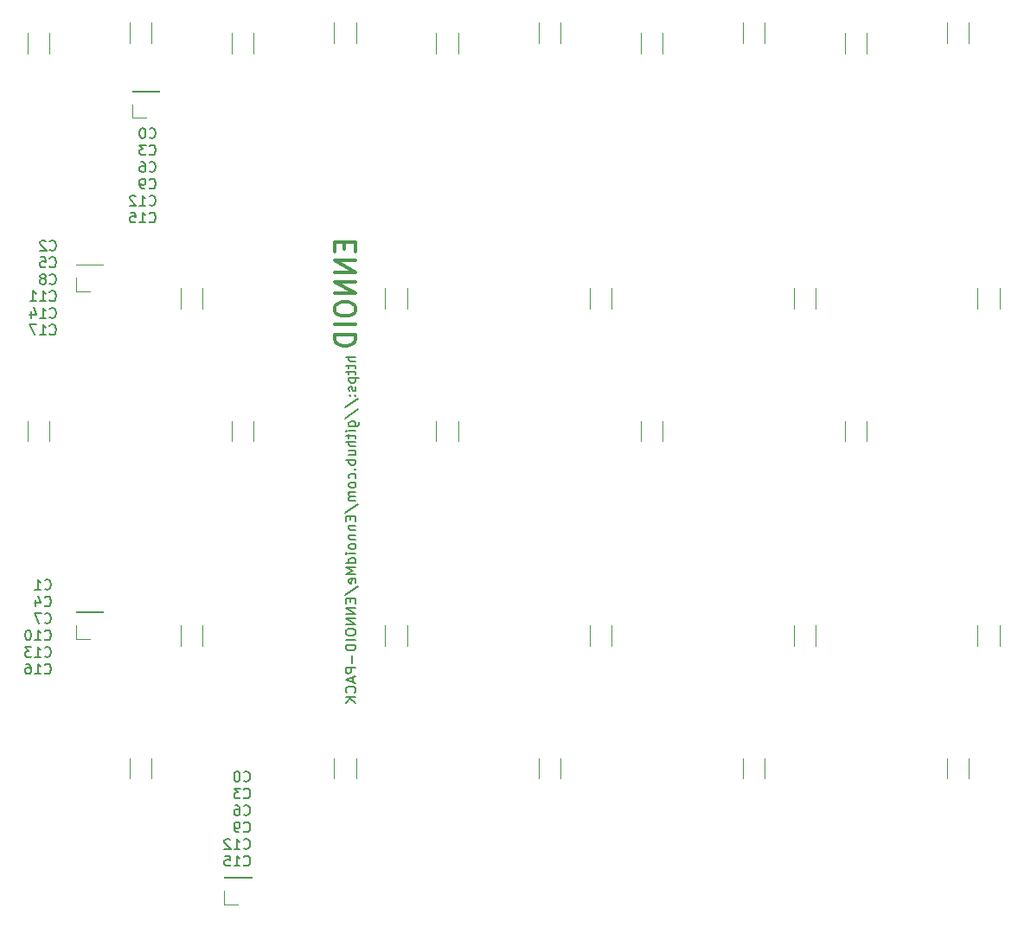
<source format=gbr>
G04 #@! TF.GenerationSoftware,KiCad,Pcbnew,6.0.0-rc1-unknown-5edf350~66~ubuntu18.10.1*
G04 #@! TF.CreationDate,2019-02-07T09:33:03-05:00
G04 #@! TF.ProjectId,Pack,5061636b-2e6b-4696-9361-645f70636258,rev?*
G04 #@! TF.SameCoordinates,Original*
G04 #@! TF.FileFunction,Legend,Bot*
G04 #@! TF.FilePolarity,Positive*
%FSLAX46Y46*%
G04 Gerber Fmt 4.6, Leading zero omitted, Abs format (unit mm)*
G04 Created by KiCad (PCBNEW 6.0.0-rc1-unknown-5edf350~66~ubuntu18.10.1) date 2019-02-07 09:33:03*
%MOMM*%
%LPD*%
G04 APERTURE LIST*
%ADD10C,0.150000*%
%ADD11C,0.300000*%
%ADD12C,0.120000*%
G04 APERTURE END LIST*
D10*
X15842976Y-18232142D02*
X15890595Y-18279761D01*
X16033452Y-18327380D01*
X16128690Y-18327380D01*
X16271547Y-18279761D01*
X16366785Y-18184523D01*
X16414404Y-18089285D01*
X16462023Y-17898809D01*
X16462023Y-17755952D01*
X16414404Y-17565476D01*
X16366785Y-17470238D01*
X16271547Y-17375000D01*
X16128690Y-17327380D01*
X16033452Y-17327380D01*
X15890595Y-17375000D01*
X15842976Y-17422619D01*
X15223928Y-17327380D02*
X15128690Y-17327380D01*
X15033452Y-17375000D01*
X14985833Y-17422619D01*
X14938214Y-17517857D01*
X14890595Y-17708333D01*
X14890595Y-17946428D01*
X14938214Y-18136904D01*
X14985833Y-18232142D01*
X15033452Y-18279761D01*
X15128690Y-18327380D01*
X15223928Y-18327380D01*
X15319166Y-18279761D01*
X15366785Y-18232142D01*
X15414404Y-18136904D01*
X15462023Y-17946428D01*
X15462023Y-17708333D01*
X15414404Y-17517857D01*
X15366785Y-17422619D01*
X15319166Y-17375000D01*
X15223928Y-17327380D01*
X15842976Y-19882142D02*
X15890595Y-19929761D01*
X16033452Y-19977380D01*
X16128690Y-19977380D01*
X16271547Y-19929761D01*
X16366785Y-19834523D01*
X16414404Y-19739285D01*
X16462023Y-19548809D01*
X16462023Y-19405952D01*
X16414404Y-19215476D01*
X16366785Y-19120238D01*
X16271547Y-19025000D01*
X16128690Y-18977380D01*
X16033452Y-18977380D01*
X15890595Y-19025000D01*
X15842976Y-19072619D01*
X15509642Y-18977380D02*
X14890595Y-18977380D01*
X15223928Y-19358333D01*
X15081071Y-19358333D01*
X14985833Y-19405952D01*
X14938214Y-19453571D01*
X14890595Y-19548809D01*
X14890595Y-19786904D01*
X14938214Y-19882142D01*
X14985833Y-19929761D01*
X15081071Y-19977380D01*
X15366785Y-19977380D01*
X15462023Y-19929761D01*
X15509642Y-19882142D01*
X15842976Y-21532142D02*
X15890595Y-21579761D01*
X16033452Y-21627380D01*
X16128690Y-21627380D01*
X16271547Y-21579761D01*
X16366785Y-21484523D01*
X16414404Y-21389285D01*
X16462023Y-21198809D01*
X16462023Y-21055952D01*
X16414404Y-20865476D01*
X16366785Y-20770238D01*
X16271547Y-20675000D01*
X16128690Y-20627380D01*
X16033452Y-20627380D01*
X15890595Y-20675000D01*
X15842976Y-20722619D01*
X14985833Y-20627380D02*
X15176309Y-20627380D01*
X15271547Y-20675000D01*
X15319166Y-20722619D01*
X15414404Y-20865476D01*
X15462023Y-21055952D01*
X15462023Y-21436904D01*
X15414404Y-21532142D01*
X15366785Y-21579761D01*
X15271547Y-21627380D01*
X15081071Y-21627380D01*
X14985833Y-21579761D01*
X14938214Y-21532142D01*
X14890595Y-21436904D01*
X14890595Y-21198809D01*
X14938214Y-21103571D01*
X14985833Y-21055952D01*
X15081071Y-21008333D01*
X15271547Y-21008333D01*
X15366785Y-21055952D01*
X15414404Y-21103571D01*
X15462023Y-21198809D01*
X15842976Y-23182142D02*
X15890595Y-23229761D01*
X16033452Y-23277380D01*
X16128690Y-23277380D01*
X16271547Y-23229761D01*
X16366785Y-23134523D01*
X16414404Y-23039285D01*
X16462023Y-22848809D01*
X16462023Y-22705952D01*
X16414404Y-22515476D01*
X16366785Y-22420238D01*
X16271547Y-22325000D01*
X16128690Y-22277380D01*
X16033452Y-22277380D01*
X15890595Y-22325000D01*
X15842976Y-22372619D01*
X15366785Y-23277380D02*
X15176309Y-23277380D01*
X15081071Y-23229761D01*
X15033452Y-23182142D01*
X14938214Y-23039285D01*
X14890595Y-22848809D01*
X14890595Y-22467857D01*
X14938214Y-22372619D01*
X14985833Y-22325000D01*
X15081071Y-22277380D01*
X15271547Y-22277380D01*
X15366785Y-22325000D01*
X15414404Y-22372619D01*
X15462023Y-22467857D01*
X15462023Y-22705952D01*
X15414404Y-22801190D01*
X15366785Y-22848809D01*
X15271547Y-22896428D01*
X15081071Y-22896428D01*
X14985833Y-22848809D01*
X14938214Y-22801190D01*
X14890595Y-22705952D01*
X15842976Y-24832142D02*
X15890595Y-24879761D01*
X16033452Y-24927380D01*
X16128690Y-24927380D01*
X16271547Y-24879761D01*
X16366785Y-24784523D01*
X16414404Y-24689285D01*
X16462023Y-24498809D01*
X16462023Y-24355952D01*
X16414404Y-24165476D01*
X16366785Y-24070238D01*
X16271547Y-23975000D01*
X16128690Y-23927380D01*
X16033452Y-23927380D01*
X15890595Y-23975000D01*
X15842976Y-24022619D01*
X14890595Y-24927380D02*
X15462023Y-24927380D01*
X15176309Y-24927380D02*
X15176309Y-23927380D01*
X15271547Y-24070238D01*
X15366785Y-24165476D01*
X15462023Y-24213095D01*
X14509642Y-24022619D02*
X14462023Y-23975000D01*
X14366785Y-23927380D01*
X14128690Y-23927380D01*
X14033452Y-23975000D01*
X13985833Y-24022619D01*
X13938214Y-24117857D01*
X13938214Y-24213095D01*
X13985833Y-24355952D01*
X14557261Y-24927380D01*
X13938214Y-24927380D01*
X15842976Y-26482142D02*
X15890595Y-26529761D01*
X16033452Y-26577380D01*
X16128690Y-26577380D01*
X16271547Y-26529761D01*
X16366785Y-26434523D01*
X16414404Y-26339285D01*
X16462023Y-26148809D01*
X16462023Y-26005952D01*
X16414404Y-25815476D01*
X16366785Y-25720238D01*
X16271547Y-25625000D01*
X16128690Y-25577380D01*
X16033452Y-25577380D01*
X15890595Y-25625000D01*
X15842976Y-25672619D01*
X14890595Y-26577380D02*
X15462023Y-26577380D01*
X15176309Y-26577380D02*
X15176309Y-25577380D01*
X15271547Y-25720238D01*
X15366785Y-25815476D01*
X15462023Y-25863095D01*
X13985833Y-25577380D02*
X14462023Y-25577380D01*
X14509642Y-26053571D01*
X14462023Y-26005952D01*
X14366785Y-25958333D01*
X14128690Y-25958333D01*
X14033452Y-26005952D01*
X13985833Y-26053571D01*
X13938214Y-26148809D01*
X13938214Y-26386904D01*
X13985833Y-26482142D01*
X14033452Y-26529761D01*
X14128690Y-26577380D01*
X14366785Y-26577380D01*
X14462023Y-26529761D01*
X14509642Y-26482142D01*
D11*
X34957142Y-28471190D02*
X34957142Y-29137857D01*
X36004761Y-29423571D02*
X36004761Y-28471190D01*
X34004761Y-28471190D01*
X34004761Y-29423571D01*
X36004761Y-30280714D02*
X34004761Y-30280714D01*
X36004761Y-31423571D01*
X34004761Y-31423571D01*
X36004761Y-32375952D02*
X34004761Y-32375952D01*
X36004761Y-33518809D01*
X34004761Y-33518809D01*
X34004761Y-34852142D02*
X34004761Y-35233095D01*
X34100000Y-35423571D01*
X34290476Y-35614047D01*
X34671428Y-35709285D01*
X35338095Y-35709285D01*
X35719047Y-35614047D01*
X35909523Y-35423571D01*
X36004761Y-35233095D01*
X36004761Y-34852142D01*
X35909523Y-34661666D01*
X35719047Y-34471190D01*
X35338095Y-34375952D01*
X34671428Y-34375952D01*
X34290476Y-34471190D01*
X34100000Y-34661666D01*
X34004761Y-34852142D01*
X36004761Y-36566428D02*
X34004761Y-36566428D01*
X36004761Y-37518809D02*
X34004761Y-37518809D01*
X34004761Y-37995000D01*
X34100000Y-38280714D01*
X34290476Y-38471190D01*
X34480952Y-38566428D01*
X34861904Y-38661666D01*
X35147619Y-38661666D01*
X35528571Y-38566428D01*
X35719047Y-38471190D01*
X35909523Y-38280714D01*
X36004761Y-37995000D01*
X36004761Y-37518809D01*
D10*
X36052380Y-39735595D02*
X35052380Y-39735595D01*
X36052380Y-40164166D02*
X35528571Y-40164166D01*
X35433333Y-40116547D01*
X35385714Y-40021309D01*
X35385714Y-39878452D01*
X35433333Y-39783214D01*
X35480952Y-39735595D01*
X35385714Y-40497500D02*
X35385714Y-40878452D01*
X35052380Y-40640357D02*
X35909523Y-40640357D01*
X36004761Y-40687976D01*
X36052380Y-40783214D01*
X36052380Y-40878452D01*
X35385714Y-41068928D02*
X35385714Y-41449880D01*
X35052380Y-41211785D02*
X35909523Y-41211785D01*
X36004761Y-41259404D01*
X36052380Y-41354642D01*
X36052380Y-41449880D01*
X35385714Y-41783214D02*
X36385714Y-41783214D01*
X35433333Y-41783214D02*
X35385714Y-41878452D01*
X35385714Y-42068928D01*
X35433333Y-42164166D01*
X35480952Y-42211785D01*
X35576190Y-42259404D01*
X35861904Y-42259404D01*
X35957142Y-42211785D01*
X36004761Y-42164166D01*
X36052380Y-42068928D01*
X36052380Y-41878452D01*
X36004761Y-41783214D01*
X36004761Y-42640357D02*
X36052380Y-42735595D01*
X36052380Y-42926071D01*
X36004761Y-43021309D01*
X35909523Y-43068928D01*
X35861904Y-43068928D01*
X35766666Y-43021309D01*
X35719047Y-42926071D01*
X35719047Y-42783214D01*
X35671428Y-42687976D01*
X35576190Y-42640357D01*
X35528571Y-42640357D01*
X35433333Y-42687976D01*
X35385714Y-42783214D01*
X35385714Y-42926071D01*
X35433333Y-43021309D01*
X35957142Y-43497500D02*
X36004761Y-43545119D01*
X36052380Y-43497500D01*
X36004761Y-43449880D01*
X35957142Y-43497500D01*
X36052380Y-43497500D01*
X35433333Y-43497500D02*
X35480952Y-43545119D01*
X35528571Y-43497500D01*
X35480952Y-43449880D01*
X35433333Y-43497500D01*
X35528571Y-43497500D01*
X35004761Y-44687976D02*
X36290476Y-43830833D01*
X35004761Y-45735595D02*
X36290476Y-44878452D01*
X35385714Y-46497500D02*
X36195238Y-46497500D01*
X36290476Y-46449880D01*
X36338095Y-46402261D01*
X36385714Y-46307023D01*
X36385714Y-46164166D01*
X36338095Y-46068928D01*
X36004761Y-46497500D02*
X36052380Y-46402261D01*
X36052380Y-46211785D01*
X36004761Y-46116547D01*
X35957142Y-46068928D01*
X35861904Y-46021309D01*
X35576190Y-46021309D01*
X35480952Y-46068928D01*
X35433333Y-46116547D01*
X35385714Y-46211785D01*
X35385714Y-46402261D01*
X35433333Y-46497500D01*
X36052380Y-46973690D02*
X35385714Y-46973690D01*
X35052380Y-46973690D02*
X35100000Y-46926071D01*
X35147619Y-46973690D01*
X35100000Y-47021309D01*
X35052380Y-46973690D01*
X35147619Y-46973690D01*
X35385714Y-47307023D02*
X35385714Y-47687976D01*
X35052380Y-47449880D02*
X35909523Y-47449880D01*
X36004761Y-47497500D01*
X36052380Y-47592738D01*
X36052380Y-47687976D01*
X36052380Y-48021309D02*
X35052380Y-48021309D01*
X36052380Y-48449880D02*
X35528571Y-48449880D01*
X35433333Y-48402261D01*
X35385714Y-48307023D01*
X35385714Y-48164166D01*
X35433333Y-48068928D01*
X35480952Y-48021309D01*
X35385714Y-49354642D02*
X36052380Y-49354642D01*
X35385714Y-48926071D02*
X35909523Y-48926071D01*
X36004761Y-48973690D01*
X36052380Y-49068928D01*
X36052380Y-49211785D01*
X36004761Y-49307023D01*
X35957142Y-49354642D01*
X36052380Y-49830833D02*
X35052380Y-49830833D01*
X35433333Y-49830833D02*
X35385714Y-49926071D01*
X35385714Y-50116547D01*
X35433333Y-50211785D01*
X35480952Y-50259404D01*
X35576190Y-50307023D01*
X35861904Y-50307023D01*
X35957142Y-50259404D01*
X36004761Y-50211785D01*
X36052380Y-50116547D01*
X36052380Y-49926071D01*
X36004761Y-49830833D01*
X35957142Y-50735595D02*
X36004761Y-50783214D01*
X36052380Y-50735595D01*
X36004761Y-50687976D01*
X35957142Y-50735595D01*
X36052380Y-50735595D01*
X36004761Y-51640357D02*
X36052380Y-51545119D01*
X36052380Y-51354642D01*
X36004761Y-51259404D01*
X35957142Y-51211785D01*
X35861904Y-51164166D01*
X35576190Y-51164166D01*
X35480952Y-51211785D01*
X35433333Y-51259404D01*
X35385714Y-51354642D01*
X35385714Y-51545119D01*
X35433333Y-51640357D01*
X36052380Y-52211785D02*
X36004761Y-52116547D01*
X35957142Y-52068928D01*
X35861904Y-52021309D01*
X35576190Y-52021309D01*
X35480952Y-52068928D01*
X35433333Y-52116547D01*
X35385714Y-52211785D01*
X35385714Y-52354642D01*
X35433333Y-52449880D01*
X35480952Y-52497500D01*
X35576190Y-52545119D01*
X35861904Y-52545119D01*
X35957142Y-52497500D01*
X36004761Y-52449880D01*
X36052380Y-52354642D01*
X36052380Y-52211785D01*
X36052380Y-52973690D02*
X35385714Y-52973690D01*
X35480952Y-52973690D02*
X35433333Y-53021309D01*
X35385714Y-53116547D01*
X35385714Y-53259404D01*
X35433333Y-53354642D01*
X35528571Y-53402261D01*
X36052380Y-53402261D01*
X35528571Y-53402261D02*
X35433333Y-53449880D01*
X35385714Y-53545119D01*
X35385714Y-53687976D01*
X35433333Y-53783214D01*
X35528571Y-53830833D01*
X36052380Y-53830833D01*
X35004761Y-55021309D02*
X36290476Y-54164166D01*
X35528571Y-55354642D02*
X35528571Y-55687976D01*
X36052380Y-55830833D02*
X36052380Y-55354642D01*
X35052380Y-55354642D01*
X35052380Y-55830833D01*
X35385714Y-56259404D02*
X36052380Y-56259404D01*
X35480952Y-56259404D02*
X35433333Y-56307023D01*
X35385714Y-56402261D01*
X35385714Y-56545119D01*
X35433333Y-56640357D01*
X35528571Y-56687976D01*
X36052380Y-56687976D01*
X35385714Y-57164166D02*
X36052380Y-57164166D01*
X35480952Y-57164166D02*
X35433333Y-57211785D01*
X35385714Y-57307023D01*
X35385714Y-57449880D01*
X35433333Y-57545119D01*
X35528571Y-57592738D01*
X36052380Y-57592738D01*
X36052380Y-58211785D02*
X36004761Y-58116547D01*
X35957142Y-58068928D01*
X35861904Y-58021309D01*
X35576190Y-58021309D01*
X35480952Y-58068928D01*
X35433333Y-58116547D01*
X35385714Y-58211785D01*
X35385714Y-58354642D01*
X35433333Y-58449880D01*
X35480952Y-58497499D01*
X35576190Y-58545119D01*
X35861904Y-58545119D01*
X35957142Y-58497499D01*
X36004761Y-58449880D01*
X36052380Y-58354642D01*
X36052380Y-58211785D01*
X36052380Y-58973690D02*
X35385714Y-58973690D01*
X35052380Y-58973690D02*
X35100000Y-58926071D01*
X35147619Y-58973690D01*
X35100000Y-59021309D01*
X35052380Y-58973690D01*
X35147619Y-58973690D01*
X36052380Y-59878452D02*
X35052380Y-59878452D01*
X36004761Y-59878452D02*
X36052380Y-59783214D01*
X36052380Y-59592738D01*
X36004761Y-59497499D01*
X35957142Y-59449880D01*
X35861904Y-59402261D01*
X35576190Y-59402261D01*
X35480952Y-59449880D01*
X35433333Y-59497499D01*
X35385714Y-59592738D01*
X35385714Y-59783214D01*
X35433333Y-59878452D01*
X36052380Y-60354642D02*
X35052380Y-60354642D01*
X35766666Y-60687976D01*
X35052380Y-61021309D01*
X36052380Y-61021309D01*
X36004761Y-61878452D02*
X36052380Y-61783214D01*
X36052380Y-61592738D01*
X36004761Y-61497499D01*
X35909523Y-61449880D01*
X35528571Y-61449880D01*
X35433333Y-61497499D01*
X35385714Y-61592738D01*
X35385714Y-61783214D01*
X35433333Y-61878452D01*
X35528571Y-61926071D01*
X35623809Y-61926071D01*
X35719047Y-61449880D01*
X35004761Y-63068928D02*
X36290476Y-62211785D01*
X35528571Y-63402261D02*
X35528571Y-63735595D01*
X36052380Y-63878452D02*
X36052380Y-63402261D01*
X35052380Y-63402261D01*
X35052380Y-63878452D01*
X36052380Y-64307023D02*
X35052380Y-64307023D01*
X36052380Y-64878452D01*
X35052380Y-64878452D01*
X36052380Y-65354642D02*
X35052380Y-65354642D01*
X36052380Y-65926071D01*
X35052380Y-65926071D01*
X35052380Y-66592738D02*
X35052380Y-66783214D01*
X35100000Y-66878452D01*
X35195238Y-66973690D01*
X35385714Y-67021309D01*
X35719047Y-67021309D01*
X35909523Y-66973690D01*
X36004761Y-66878452D01*
X36052380Y-66783214D01*
X36052380Y-66592738D01*
X36004761Y-66497499D01*
X35909523Y-66402261D01*
X35719047Y-66354642D01*
X35385714Y-66354642D01*
X35195238Y-66402261D01*
X35100000Y-66497499D01*
X35052380Y-66592738D01*
X36052380Y-67449880D02*
X35052380Y-67449880D01*
X36052380Y-67926071D02*
X35052380Y-67926071D01*
X35052380Y-68164166D01*
X35100000Y-68307023D01*
X35195238Y-68402261D01*
X35290476Y-68449880D01*
X35480952Y-68497499D01*
X35623809Y-68497499D01*
X35814285Y-68449880D01*
X35909523Y-68402261D01*
X36004761Y-68307023D01*
X36052380Y-68164166D01*
X36052380Y-67926071D01*
X35671428Y-68926071D02*
X35671428Y-69687976D01*
X36052380Y-70164166D02*
X35052380Y-70164166D01*
X35052380Y-70545119D01*
X35100000Y-70640357D01*
X35147619Y-70687976D01*
X35242857Y-70735595D01*
X35385714Y-70735595D01*
X35480952Y-70687976D01*
X35528571Y-70640357D01*
X35576190Y-70545119D01*
X35576190Y-70164166D01*
X35766666Y-71116547D02*
X35766666Y-71592738D01*
X36052380Y-71021309D02*
X35052380Y-71354642D01*
X36052380Y-71687976D01*
X35957142Y-72592738D02*
X36004761Y-72545119D01*
X36052380Y-72402261D01*
X36052380Y-72307023D01*
X36004761Y-72164166D01*
X35909523Y-72068928D01*
X35814285Y-72021309D01*
X35623809Y-71973690D01*
X35480952Y-71973690D01*
X35290476Y-72021309D01*
X35195238Y-72068928D01*
X35100000Y-72164166D01*
X35052380Y-72307023D01*
X35052380Y-72402261D01*
X35100000Y-72545119D01*
X35147619Y-72592738D01*
X36052380Y-73021309D02*
X35052380Y-73021309D01*
X36052380Y-73592738D02*
X35480952Y-73164166D01*
X35052380Y-73592738D02*
X35623809Y-73021309D01*
X6092976Y-29232142D02*
X6140595Y-29279761D01*
X6283452Y-29327380D01*
X6378690Y-29327380D01*
X6521547Y-29279761D01*
X6616785Y-29184523D01*
X6664404Y-29089285D01*
X6712023Y-28898809D01*
X6712023Y-28755952D01*
X6664404Y-28565476D01*
X6616785Y-28470238D01*
X6521547Y-28375000D01*
X6378690Y-28327380D01*
X6283452Y-28327380D01*
X6140595Y-28375000D01*
X6092976Y-28422619D01*
X5712023Y-28422619D02*
X5664404Y-28375000D01*
X5569166Y-28327380D01*
X5331071Y-28327380D01*
X5235833Y-28375000D01*
X5188214Y-28422619D01*
X5140595Y-28517857D01*
X5140595Y-28613095D01*
X5188214Y-28755952D01*
X5759642Y-29327380D01*
X5140595Y-29327380D01*
X6092976Y-30882142D02*
X6140595Y-30929761D01*
X6283452Y-30977380D01*
X6378690Y-30977380D01*
X6521547Y-30929761D01*
X6616785Y-30834523D01*
X6664404Y-30739285D01*
X6712023Y-30548809D01*
X6712023Y-30405952D01*
X6664404Y-30215476D01*
X6616785Y-30120238D01*
X6521547Y-30025000D01*
X6378690Y-29977380D01*
X6283452Y-29977380D01*
X6140595Y-30025000D01*
X6092976Y-30072619D01*
X5188214Y-29977380D02*
X5664404Y-29977380D01*
X5712023Y-30453571D01*
X5664404Y-30405952D01*
X5569166Y-30358333D01*
X5331071Y-30358333D01*
X5235833Y-30405952D01*
X5188214Y-30453571D01*
X5140595Y-30548809D01*
X5140595Y-30786904D01*
X5188214Y-30882142D01*
X5235833Y-30929761D01*
X5331071Y-30977380D01*
X5569166Y-30977380D01*
X5664404Y-30929761D01*
X5712023Y-30882142D01*
X6092976Y-32532142D02*
X6140595Y-32579761D01*
X6283452Y-32627380D01*
X6378690Y-32627380D01*
X6521547Y-32579761D01*
X6616785Y-32484523D01*
X6664404Y-32389285D01*
X6712023Y-32198809D01*
X6712023Y-32055952D01*
X6664404Y-31865476D01*
X6616785Y-31770238D01*
X6521547Y-31675000D01*
X6378690Y-31627380D01*
X6283452Y-31627380D01*
X6140595Y-31675000D01*
X6092976Y-31722619D01*
X5521547Y-32055952D02*
X5616785Y-32008333D01*
X5664404Y-31960714D01*
X5712023Y-31865476D01*
X5712023Y-31817857D01*
X5664404Y-31722619D01*
X5616785Y-31675000D01*
X5521547Y-31627380D01*
X5331071Y-31627380D01*
X5235833Y-31675000D01*
X5188214Y-31722619D01*
X5140595Y-31817857D01*
X5140595Y-31865476D01*
X5188214Y-31960714D01*
X5235833Y-32008333D01*
X5331071Y-32055952D01*
X5521547Y-32055952D01*
X5616785Y-32103571D01*
X5664404Y-32151190D01*
X5712023Y-32246428D01*
X5712023Y-32436904D01*
X5664404Y-32532142D01*
X5616785Y-32579761D01*
X5521547Y-32627380D01*
X5331071Y-32627380D01*
X5235833Y-32579761D01*
X5188214Y-32532142D01*
X5140595Y-32436904D01*
X5140595Y-32246428D01*
X5188214Y-32151190D01*
X5235833Y-32103571D01*
X5331071Y-32055952D01*
X6092976Y-34182142D02*
X6140595Y-34229761D01*
X6283452Y-34277380D01*
X6378690Y-34277380D01*
X6521547Y-34229761D01*
X6616785Y-34134523D01*
X6664404Y-34039285D01*
X6712023Y-33848809D01*
X6712023Y-33705952D01*
X6664404Y-33515476D01*
X6616785Y-33420238D01*
X6521547Y-33325000D01*
X6378690Y-33277380D01*
X6283452Y-33277380D01*
X6140595Y-33325000D01*
X6092976Y-33372619D01*
X5140595Y-34277380D02*
X5712023Y-34277380D01*
X5426309Y-34277380D02*
X5426309Y-33277380D01*
X5521547Y-33420238D01*
X5616785Y-33515476D01*
X5712023Y-33563095D01*
X4188214Y-34277380D02*
X4759642Y-34277380D01*
X4473928Y-34277380D02*
X4473928Y-33277380D01*
X4569166Y-33420238D01*
X4664404Y-33515476D01*
X4759642Y-33563095D01*
X6092976Y-35832142D02*
X6140595Y-35879761D01*
X6283452Y-35927380D01*
X6378690Y-35927380D01*
X6521547Y-35879761D01*
X6616785Y-35784523D01*
X6664404Y-35689285D01*
X6712023Y-35498809D01*
X6712023Y-35355952D01*
X6664404Y-35165476D01*
X6616785Y-35070238D01*
X6521547Y-34975000D01*
X6378690Y-34927380D01*
X6283452Y-34927380D01*
X6140595Y-34975000D01*
X6092976Y-35022619D01*
X5140595Y-35927380D02*
X5712023Y-35927380D01*
X5426309Y-35927380D02*
X5426309Y-34927380D01*
X5521547Y-35070238D01*
X5616785Y-35165476D01*
X5712023Y-35213095D01*
X4283452Y-35260714D02*
X4283452Y-35927380D01*
X4521547Y-34879761D02*
X4759642Y-35594047D01*
X4140595Y-35594047D01*
X6092976Y-37482142D02*
X6140595Y-37529761D01*
X6283452Y-37577380D01*
X6378690Y-37577380D01*
X6521547Y-37529761D01*
X6616785Y-37434523D01*
X6664404Y-37339285D01*
X6712023Y-37148809D01*
X6712023Y-37005952D01*
X6664404Y-36815476D01*
X6616785Y-36720238D01*
X6521547Y-36625000D01*
X6378690Y-36577380D01*
X6283452Y-36577380D01*
X6140595Y-36625000D01*
X6092976Y-36672619D01*
X5140595Y-37577380D02*
X5712023Y-37577380D01*
X5426309Y-37577380D02*
X5426309Y-36577380D01*
X5521547Y-36720238D01*
X5616785Y-36815476D01*
X5712023Y-36863095D01*
X4807261Y-36577380D02*
X4140595Y-36577380D01*
X4569166Y-37577380D01*
X5592976Y-62432142D02*
X5640595Y-62479761D01*
X5783452Y-62527380D01*
X5878690Y-62527380D01*
X6021547Y-62479761D01*
X6116785Y-62384523D01*
X6164404Y-62289285D01*
X6212023Y-62098809D01*
X6212023Y-61955952D01*
X6164404Y-61765476D01*
X6116785Y-61670238D01*
X6021547Y-61575000D01*
X5878690Y-61527380D01*
X5783452Y-61527380D01*
X5640595Y-61575000D01*
X5592976Y-61622619D01*
X4640595Y-62527380D02*
X5212023Y-62527380D01*
X4926309Y-62527380D02*
X4926309Y-61527380D01*
X5021547Y-61670238D01*
X5116785Y-61765476D01*
X5212023Y-61813095D01*
X5592976Y-64082142D02*
X5640595Y-64129761D01*
X5783452Y-64177380D01*
X5878690Y-64177380D01*
X6021547Y-64129761D01*
X6116785Y-64034523D01*
X6164404Y-63939285D01*
X6212023Y-63748809D01*
X6212023Y-63605952D01*
X6164404Y-63415476D01*
X6116785Y-63320238D01*
X6021547Y-63225000D01*
X5878690Y-63177380D01*
X5783452Y-63177380D01*
X5640595Y-63225000D01*
X5592976Y-63272619D01*
X4735833Y-63510714D02*
X4735833Y-64177380D01*
X4973928Y-63129761D02*
X5212023Y-63844047D01*
X4592976Y-63844047D01*
X5592976Y-65732142D02*
X5640595Y-65779761D01*
X5783452Y-65827380D01*
X5878690Y-65827380D01*
X6021547Y-65779761D01*
X6116785Y-65684523D01*
X6164404Y-65589285D01*
X6212023Y-65398809D01*
X6212023Y-65255952D01*
X6164404Y-65065476D01*
X6116785Y-64970238D01*
X6021547Y-64875000D01*
X5878690Y-64827380D01*
X5783452Y-64827380D01*
X5640595Y-64875000D01*
X5592976Y-64922619D01*
X5259642Y-64827380D02*
X4592976Y-64827380D01*
X5021547Y-65827380D01*
X5592976Y-67382142D02*
X5640595Y-67429761D01*
X5783452Y-67477380D01*
X5878690Y-67477380D01*
X6021547Y-67429761D01*
X6116785Y-67334523D01*
X6164404Y-67239285D01*
X6212023Y-67048809D01*
X6212023Y-66905952D01*
X6164404Y-66715476D01*
X6116785Y-66620238D01*
X6021547Y-66525000D01*
X5878690Y-66477380D01*
X5783452Y-66477380D01*
X5640595Y-66525000D01*
X5592976Y-66572619D01*
X4640595Y-67477380D02*
X5212023Y-67477380D01*
X4926309Y-67477380D02*
X4926309Y-66477380D01*
X5021547Y-66620238D01*
X5116785Y-66715476D01*
X5212023Y-66763095D01*
X4021547Y-66477380D02*
X3926309Y-66477380D01*
X3831071Y-66525000D01*
X3783452Y-66572619D01*
X3735833Y-66667857D01*
X3688214Y-66858333D01*
X3688214Y-67096428D01*
X3735833Y-67286904D01*
X3783452Y-67382142D01*
X3831071Y-67429761D01*
X3926309Y-67477380D01*
X4021547Y-67477380D01*
X4116785Y-67429761D01*
X4164404Y-67382142D01*
X4212023Y-67286904D01*
X4259642Y-67096428D01*
X4259642Y-66858333D01*
X4212023Y-66667857D01*
X4164404Y-66572619D01*
X4116785Y-66525000D01*
X4021547Y-66477380D01*
X5592976Y-69032142D02*
X5640595Y-69079761D01*
X5783452Y-69127380D01*
X5878690Y-69127380D01*
X6021547Y-69079761D01*
X6116785Y-68984523D01*
X6164404Y-68889285D01*
X6212023Y-68698809D01*
X6212023Y-68555952D01*
X6164404Y-68365476D01*
X6116785Y-68270238D01*
X6021547Y-68175000D01*
X5878690Y-68127380D01*
X5783452Y-68127380D01*
X5640595Y-68175000D01*
X5592976Y-68222619D01*
X4640595Y-69127380D02*
X5212023Y-69127380D01*
X4926309Y-69127380D02*
X4926309Y-68127380D01*
X5021547Y-68270238D01*
X5116785Y-68365476D01*
X5212023Y-68413095D01*
X4307261Y-68127380D02*
X3688214Y-68127380D01*
X4021547Y-68508333D01*
X3878690Y-68508333D01*
X3783452Y-68555952D01*
X3735833Y-68603571D01*
X3688214Y-68698809D01*
X3688214Y-68936904D01*
X3735833Y-69032142D01*
X3783452Y-69079761D01*
X3878690Y-69127380D01*
X4164404Y-69127380D01*
X4259642Y-69079761D01*
X4307261Y-69032142D01*
X5592976Y-70682142D02*
X5640595Y-70729761D01*
X5783452Y-70777380D01*
X5878690Y-70777380D01*
X6021547Y-70729761D01*
X6116785Y-70634523D01*
X6164404Y-70539285D01*
X6212023Y-70348809D01*
X6212023Y-70205952D01*
X6164404Y-70015476D01*
X6116785Y-69920238D01*
X6021547Y-69825000D01*
X5878690Y-69777380D01*
X5783452Y-69777380D01*
X5640595Y-69825000D01*
X5592976Y-69872619D01*
X4640595Y-70777380D02*
X5212023Y-70777380D01*
X4926309Y-70777380D02*
X4926309Y-69777380D01*
X5021547Y-69920238D01*
X5116785Y-70015476D01*
X5212023Y-70063095D01*
X3783452Y-69777380D02*
X3973928Y-69777380D01*
X4069166Y-69825000D01*
X4116785Y-69872619D01*
X4212023Y-70015476D01*
X4259642Y-70205952D01*
X4259642Y-70586904D01*
X4212023Y-70682142D01*
X4164404Y-70729761D01*
X4069166Y-70777380D01*
X3878690Y-70777380D01*
X3783452Y-70729761D01*
X3735833Y-70682142D01*
X3688214Y-70586904D01*
X3688214Y-70348809D01*
X3735833Y-70253571D01*
X3783452Y-70205952D01*
X3878690Y-70158333D01*
X4069166Y-70158333D01*
X4164404Y-70205952D01*
X4212023Y-70253571D01*
X4259642Y-70348809D01*
X25092976Y-81232142D02*
X25140595Y-81279761D01*
X25283452Y-81327380D01*
X25378690Y-81327380D01*
X25521547Y-81279761D01*
X25616785Y-81184523D01*
X25664404Y-81089285D01*
X25712023Y-80898809D01*
X25712023Y-80755952D01*
X25664404Y-80565476D01*
X25616785Y-80470238D01*
X25521547Y-80375000D01*
X25378690Y-80327380D01*
X25283452Y-80327380D01*
X25140595Y-80375000D01*
X25092976Y-80422619D01*
X24473928Y-80327380D02*
X24378690Y-80327380D01*
X24283452Y-80375000D01*
X24235833Y-80422619D01*
X24188214Y-80517857D01*
X24140595Y-80708333D01*
X24140595Y-80946428D01*
X24188214Y-81136904D01*
X24235833Y-81232142D01*
X24283452Y-81279761D01*
X24378690Y-81327380D01*
X24473928Y-81327380D01*
X24569166Y-81279761D01*
X24616785Y-81232142D01*
X24664404Y-81136904D01*
X24712023Y-80946428D01*
X24712023Y-80708333D01*
X24664404Y-80517857D01*
X24616785Y-80422619D01*
X24569166Y-80375000D01*
X24473928Y-80327380D01*
X25092976Y-82882142D02*
X25140595Y-82929761D01*
X25283452Y-82977380D01*
X25378690Y-82977380D01*
X25521547Y-82929761D01*
X25616785Y-82834523D01*
X25664404Y-82739285D01*
X25712023Y-82548809D01*
X25712023Y-82405952D01*
X25664404Y-82215476D01*
X25616785Y-82120238D01*
X25521547Y-82025000D01*
X25378690Y-81977380D01*
X25283452Y-81977380D01*
X25140595Y-82025000D01*
X25092976Y-82072619D01*
X24759642Y-81977380D02*
X24140595Y-81977380D01*
X24473928Y-82358333D01*
X24331071Y-82358333D01*
X24235833Y-82405952D01*
X24188214Y-82453571D01*
X24140595Y-82548809D01*
X24140595Y-82786904D01*
X24188214Y-82882142D01*
X24235833Y-82929761D01*
X24331071Y-82977380D01*
X24616785Y-82977380D01*
X24712023Y-82929761D01*
X24759642Y-82882142D01*
X25092976Y-84532142D02*
X25140595Y-84579761D01*
X25283452Y-84627380D01*
X25378690Y-84627380D01*
X25521547Y-84579761D01*
X25616785Y-84484523D01*
X25664404Y-84389285D01*
X25712023Y-84198809D01*
X25712023Y-84055952D01*
X25664404Y-83865476D01*
X25616785Y-83770238D01*
X25521547Y-83675000D01*
X25378690Y-83627380D01*
X25283452Y-83627380D01*
X25140595Y-83675000D01*
X25092976Y-83722619D01*
X24235833Y-83627380D02*
X24426309Y-83627380D01*
X24521547Y-83675000D01*
X24569166Y-83722619D01*
X24664404Y-83865476D01*
X24712023Y-84055952D01*
X24712023Y-84436904D01*
X24664404Y-84532142D01*
X24616785Y-84579761D01*
X24521547Y-84627380D01*
X24331071Y-84627380D01*
X24235833Y-84579761D01*
X24188214Y-84532142D01*
X24140595Y-84436904D01*
X24140595Y-84198809D01*
X24188214Y-84103571D01*
X24235833Y-84055952D01*
X24331071Y-84008333D01*
X24521547Y-84008333D01*
X24616785Y-84055952D01*
X24664404Y-84103571D01*
X24712023Y-84198809D01*
X25092976Y-86182142D02*
X25140595Y-86229761D01*
X25283452Y-86277380D01*
X25378690Y-86277380D01*
X25521547Y-86229761D01*
X25616785Y-86134523D01*
X25664404Y-86039285D01*
X25712023Y-85848809D01*
X25712023Y-85705952D01*
X25664404Y-85515476D01*
X25616785Y-85420238D01*
X25521547Y-85325000D01*
X25378690Y-85277380D01*
X25283452Y-85277380D01*
X25140595Y-85325000D01*
X25092976Y-85372619D01*
X24616785Y-86277380D02*
X24426309Y-86277380D01*
X24331071Y-86229761D01*
X24283452Y-86182142D01*
X24188214Y-86039285D01*
X24140595Y-85848809D01*
X24140595Y-85467857D01*
X24188214Y-85372619D01*
X24235833Y-85325000D01*
X24331071Y-85277380D01*
X24521547Y-85277380D01*
X24616785Y-85325000D01*
X24664404Y-85372619D01*
X24712023Y-85467857D01*
X24712023Y-85705952D01*
X24664404Y-85801190D01*
X24616785Y-85848809D01*
X24521547Y-85896428D01*
X24331071Y-85896428D01*
X24235833Y-85848809D01*
X24188214Y-85801190D01*
X24140595Y-85705952D01*
X25092976Y-87832142D02*
X25140595Y-87879761D01*
X25283452Y-87927380D01*
X25378690Y-87927380D01*
X25521547Y-87879761D01*
X25616785Y-87784523D01*
X25664404Y-87689285D01*
X25712023Y-87498809D01*
X25712023Y-87355952D01*
X25664404Y-87165476D01*
X25616785Y-87070238D01*
X25521547Y-86975000D01*
X25378690Y-86927380D01*
X25283452Y-86927380D01*
X25140595Y-86975000D01*
X25092976Y-87022619D01*
X24140595Y-87927380D02*
X24712023Y-87927380D01*
X24426309Y-87927380D02*
X24426309Y-86927380D01*
X24521547Y-87070238D01*
X24616785Y-87165476D01*
X24712023Y-87213095D01*
X23759642Y-87022619D02*
X23712023Y-86975000D01*
X23616785Y-86927380D01*
X23378690Y-86927380D01*
X23283452Y-86975000D01*
X23235833Y-87022619D01*
X23188214Y-87117857D01*
X23188214Y-87213095D01*
X23235833Y-87355952D01*
X23807261Y-87927380D01*
X23188214Y-87927380D01*
X25092976Y-89482142D02*
X25140595Y-89529761D01*
X25283452Y-89577380D01*
X25378690Y-89577380D01*
X25521547Y-89529761D01*
X25616785Y-89434523D01*
X25664404Y-89339285D01*
X25712023Y-89148809D01*
X25712023Y-89005952D01*
X25664404Y-88815476D01*
X25616785Y-88720238D01*
X25521547Y-88625000D01*
X25378690Y-88577380D01*
X25283452Y-88577380D01*
X25140595Y-88625000D01*
X25092976Y-88672619D01*
X24140595Y-89577380D02*
X24712023Y-89577380D01*
X24426309Y-89577380D02*
X24426309Y-88577380D01*
X24521547Y-88720238D01*
X24616785Y-88815476D01*
X24712023Y-88863095D01*
X23235833Y-88577380D02*
X23712023Y-88577380D01*
X23759642Y-89053571D01*
X23712023Y-89005952D01*
X23616785Y-88958333D01*
X23378690Y-88958333D01*
X23283452Y-89005952D01*
X23235833Y-89053571D01*
X23188214Y-89148809D01*
X23188214Y-89386904D01*
X23235833Y-89482142D01*
X23283452Y-89529761D01*
X23378690Y-89577380D01*
X23616785Y-89577380D01*
X23712023Y-89529761D01*
X23759642Y-89482142D01*
D12*
X46070000Y-10000000D02*
X46070000Y-8000000D01*
X43930000Y-8000000D02*
X43930000Y-10000000D01*
X99070000Y-35000000D02*
X99070000Y-33000000D01*
X96930000Y-33000000D02*
X96930000Y-35000000D01*
X14170000Y-13670000D02*
X16830000Y-13670000D01*
X14170000Y-13730000D02*
X14170000Y-13670000D01*
X16830000Y-13730000D02*
X16830000Y-13670000D01*
X14170000Y-13730000D02*
X16830000Y-13730000D01*
X14170000Y-15000000D02*
X14170000Y-16330000D01*
X14170000Y-16330000D02*
X15500000Y-16330000D01*
X8670000Y-30670000D02*
X11330000Y-30670000D01*
X8670000Y-30730000D02*
X8670000Y-30670000D01*
X11330000Y-30730000D02*
X11330000Y-30670000D01*
X8670000Y-30730000D02*
X11330000Y-30730000D01*
X8670000Y-32000000D02*
X8670000Y-33330000D01*
X8670000Y-33330000D02*
X10000000Y-33330000D01*
X8670000Y-64670000D02*
X11330000Y-64670000D01*
X8670000Y-64730000D02*
X8670000Y-64670000D01*
X11330000Y-64730000D02*
X11330000Y-64670000D01*
X8670000Y-64730000D02*
X11330000Y-64730000D01*
X8670000Y-66000000D02*
X8670000Y-67330000D01*
X8670000Y-67330000D02*
X10000000Y-67330000D01*
X23170000Y-90670000D02*
X25830000Y-90670000D01*
X23170000Y-90730000D02*
X23170000Y-90670000D01*
X25830000Y-90730000D02*
X25830000Y-90670000D01*
X23170000Y-90730000D02*
X25830000Y-90730000D01*
X23170000Y-92000000D02*
X23170000Y-93330000D01*
X23170000Y-93330000D02*
X24500000Y-93330000D01*
X6070000Y-10000000D02*
X6070000Y-8000000D01*
X3930000Y-8000000D02*
X3930000Y-10000000D01*
X6070000Y-48000000D02*
X6070000Y-46000000D01*
X3930000Y-46000000D02*
X3930000Y-48000000D01*
X16070000Y-81000000D02*
X16070000Y-79000000D01*
X13930000Y-79000000D02*
X13930000Y-81000000D01*
X16070000Y-9000000D02*
X16070000Y-7000000D01*
X13930000Y-7000000D02*
X13930000Y-9000000D01*
X21070000Y-35000000D02*
X21070000Y-33000000D01*
X18930000Y-33000000D02*
X18930000Y-35000000D01*
X21070000Y-68000000D02*
X21070000Y-66000000D01*
X18930000Y-66000000D02*
X18930000Y-68000000D01*
X26070000Y-10000000D02*
X26070000Y-8000000D01*
X23930000Y-8000000D02*
X23930000Y-10000000D01*
X26070000Y-48000000D02*
X26070000Y-46000000D01*
X23930000Y-46000000D02*
X23930000Y-48000000D01*
X36070000Y-81000000D02*
X36070000Y-79000000D01*
X33930000Y-79000000D02*
X33930000Y-81000000D01*
X36070000Y-9000000D02*
X36070000Y-7000000D01*
X33930000Y-7000000D02*
X33930000Y-9000000D01*
X41070000Y-35000000D02*
X41070000Y-33000000D01*
X38930000Y-33000000D02*
X38930000Y-35000000D01*
X41070000Y-68000000D02*
X41070000Y-66000000D01*
X38930000Y-66000000D02*
X38930000Y-68000000D01*
X46070000Y-48000000D02*
X46070000Y-46000000D01*
X43930000Y-46000000D02*
X43930000Y-48000000D01*
X56070000Y-81000000D02*
X56070000Y-79000000D01*
X53930000Y-79000000D02*
X53930000Y-81000000D01*
X56070000Y-9000000D02*
X56070000Y-7000000D01*
X53930000Y-7000000D02*
X53930000Y-9000000D01*
X61070000Y-35000000D02*
X61070000Y-33000000D01*
X58930000Y-33000000D02*
X58930000Y-35000000D01*
X61070000Y-68000000D02*
X61070000Y-66000000D01*
X58930000Y-66000000D02*
X58930000Y-68000000D01*
X66070000Y-10000000D02*
X66070000Y-8000000D01*
X63930000Y-8000000D02*
X63930000Y-10000000D01*
X66070000Y-48000000D02*
X66070000Y-46000000D01*
X63930000Y-46000000D02*
X63930000Y-48000000D01*
X76070000Y-81000000D02*
X76070000Y-79000000D01*
X73930000Y-79000000D02*
X73930000Y-81000000D01*
X76070000Y-9000000D02*
X76070000Y-7000000D01*
X73930000Y-7000000D02*
X73930000Y-9000000D01*
X81070000Y-35000000D02*
X81070000Y-33000000D01*
X78930000Y-33000000D02*
X78930000Y-35000000D01*
X81070000Y-68000000D02*
X81070000Y-66000000D01*
X78930000Y-66000000D02*
X78930000Y-68000000D01*
X86070000Y-10000000D02*
X86070000Y-8000000D01*
X83930000Y-8000000D02*
X83930000Y-10000000D01*
X86070000Y-48000000D02*
X86070000Y-46000000D01*
X83930000Y-46000000D02*
X83930000Y-48000000D01*
X96070000Y-81000000D02*
X96070000Y-79000000D01*
X93930000Y-79000000D02*
X93930000Y-81000000D01*
X96070000Y-9000000D02*
X96070000Y-7000000D01*
X93930000Y-7000000D02*
X93930000Y-9000000D01*
X99070000Y-68000000D02*
X99070000Y-66000000D01*
X96930000Y-66000000D02*
X96930000Y-68000000D01*
M02*

</source>
